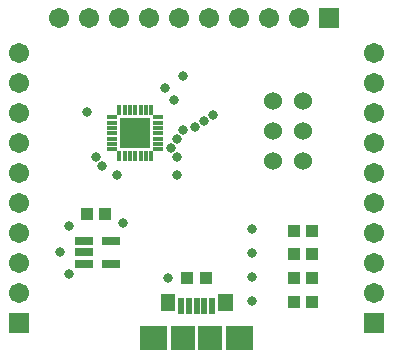
<source format=gts>
G04*
G04 #@! TF.GenerationSoftware,Altium Limited,Altium Designer,20.2.4 (192)*
G04*
G04 Layer_Color=8388736*
%FSLAX25Y25*%
%MOIN*%
G70*
G04*
G04 #@! TF.SameCoordinates,10D436F5-3F1F-4B74-8332-D6DC9BA31C1D*
G04*
G04*
G04 #@! TF.FilePolarity,Negative*
G04*
G01*
G75*
%ADD24R,0.06391X0.03084*%
%ADD25R,0.04100X0.03950*%
%ADD26R,0.07887X0.08280*%
%ADD27R,0.01975X0.05715*%
%ADD28R,0.03400X0.01500*%
%ADD29R,0.03200X0.01500*%
%ADD30R,0.01500X0.03200*%
%ADD31R,0.01500X0.03400*%
%ADD32R,0.10200X0.10200*%
%ADD33C,0.06706*%
%ADD34R,0.06706X0.06706*%
%ADD35R,0.06706X0.06706*%
%ADD36C,0.06000*%
%ADD37O,0.04540X0.08280*%
%ADD38C,0.04934*%
%ADD39C,0.03162*%
G36*
X201572Y125886D02*
X210630D01*
Y117616D01*
X201572D01*
Y125886D01*
D02*
G37*
G36*
X208460Y136417D02*
X213386D01*
Y130708D01*
X208460D01*
Y136417D01*
D02*
G37*
G36*
X230324Y125886D02*
X239370D01*
Y117605D01*
X230324D01*
Y125886D01*
D02*
G37*
G36*
X227566Y136417D02*
X232480D01*
Y130707D01*
X227566D01*
Y136417D01*
D02*
G37*
D24*
X192000Y154000D02*
D03*
Y146520D02*
D03*
X182984D02*
D03*
Y150260D02*
D03*
Y154000D02*
D03*
D25*
X252805Y133858D02*
D03*
X259006D02*
D03*
X252805Y141732D02*
D03*
X259006D02*
D03*
X252805Y149606D02*
D03*
X259006D02*
D03*
X252805Y157480D02*
D03*
X259006D02*
D03*
X217372Y141732D02*
D03*
X223573D02*
D03*
X190100Y163000D02*
D03*
X183900D02*
D03*
D26*
X225000Y121752D02*
D03*
X215945D02*
D03*
D27*
X225590Y132283D02*
D03*
X215354D02*
D03*
X223031D02*
D03*
X217913D02*
D03*
X220472D02*
D03*
D28*
X192300Y193500D02*
D03*
Y191800D02*
D03*
Y190000D02*
D03*
Y188200D02*
D03*
Y186500D02*
D03*
X207700D02*
D03*
Y188200D02*
D03*
Y190000D02*
D03*
Y191800D02*
D03*
Y193500D02*
D03*
D29*
X192300Y184700D02*
D03*
X207700D02*
D03*
Y195300D02*
D03*
X192300D02*
D03*
D30*
X194700Y182300D02*
D03*
X205300D02*
D03*
Y197700D02*
D03*
X194700D02*
D03*
D31*
X196500Y182300D02*
D03*
X198200D02*
D03*
X200000D02*
D03*
X201800D02*
D03*
X203500D02*
D03*
Y197700D02*
D03*
X201800D02*
D03*
X200000D02*
D03*
X198200D02*
D03*
X196500D02*
D03*
D32*
X200000Y190000D02*
D03*
D33*
X279528Y136850D02*
D03*
Y146850D02*
D03*
Y156850D02*
D03*
Y166850D02*
D03*
Y176850D02*
D03*
Y186850D02*
D03*
Y196850D02*
D03*
Y206850D02*
D03*
Y216850D02*
D03*
X161417Y136850D02*
D03*
Y146850D02*
D03*
Y156850D02*
D03*
Y166850D02*
D03*
Y176850D02*
D03*
Y186850D02*
D03*
Y196850D02*
D03*
Y206850D02*
D03*
Y216850D02*
D03*
X254724Y228346D02*
D03*
X244724D02*
D03*
X234724D02*
D03*
X224724D02*
D03*
X214724D02*
D03*
X204724D02*
D03*
X194724D02*
D03*
X184724D02*
D03*
X174724D02*
D03*
D34*
X279528Y126850D02*
D03*
X161417D02*
D03*
D35*
X264724Y228346D02*
D03*
D36*
X255906Y200787D02*
D03*
Y190787D02*
D03*
Y180787D02*
D03*
X245905D02*
D03*
Y190787D02*
D03*
Y200787D02*
D03*
D37*
X234301Y121752D02*
D03*
X206644D02*
D03*
D38*
X230020Y133563D02*
D03*
X210925D02*
D03*
D39*
X216000Y191000D02*
D03*
X184000Y197000D02*
D03*
X214000Y188000D02*
D03*
X212000Y185000D02*
D03*
X214000Y176000D02*
D03*
Y182000D02*
D03*
X196000Y160000D02*
D03*
X187000Y182000D02*
D03*
X210983Y141684D02*
D03*
X194000Y176000D02*
D03*
X189000Y179000D02*
D03*
X216000Y209000D02*
D03*
X213000Y201000D02*
D03*
X210000Y205000D02*
D03*
X178000Y143000D02*
D03*
Y159000D02*
D03*
X174823Y150352D02*
D03*
X239000Y134000D02*
D03*
Y142000D02*
D03*
Y150000D02*
D03*
Y158000D02*
D03*
X220000Y192000D02*
D03*
X223000Y194000D02*
D03*
X226000Y196000D02*
D03*
M02*

</source>
